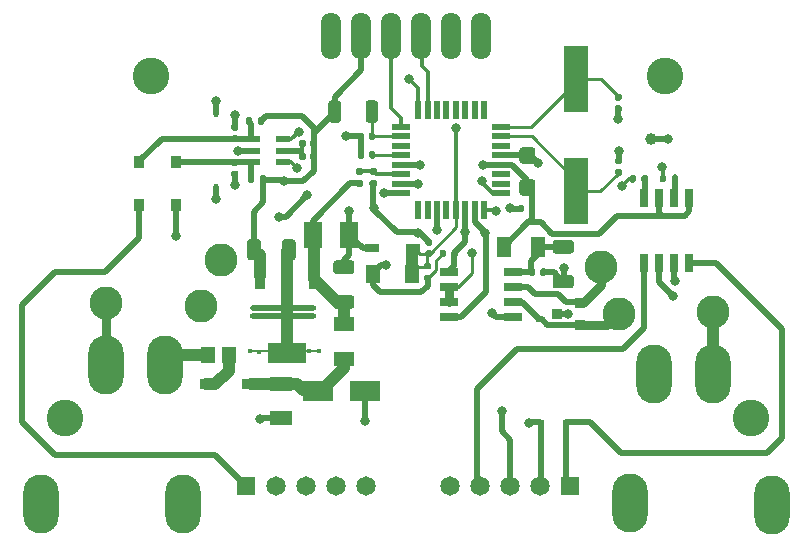
<source format=gbr>
%TF.GenerationSoftware,KiCad,Pcbnew,(5.1.10)-1*%
%TF.CreationDate,2021-11-03T13:15:42+05:30*%
%TF.ProjectId,Modbus_IO_Board,4d6f6462-7573-45f4-994f-5f426f617264,rev?*%
%TF.SameCoordinates,Original*%
%TF.FileFunction,Copper,L1,Top*%
%TF.FilePolarity,Positive*%
%FSLAX46Y46*%
G04 Gerber Fmt 4.6, Leading zero omitted, Abs format (unit mm)*
G04 Created by KiCad (PCBNEW (5.1.10)-1) date 2021-11-03 13:15:42*
%MOMM*%
%LPD*%
G01*
G04 APERTURE LIST*
%TA.AperFunction,SMDPad,CuDef*%
%ADD10R,0.600000X0.450000*%
%TD*%
%TA.AperFunction,ComponentPad*%
%ADD11O,3.000000X5.000000*%
%TD*%
%TA.AperFunction,ComponentPad*%
%ADD12C,2.800000*%
%TD*%
%TA.AperFunction,SMDPad,CuDef*%
%ADD13R,1.650000X2.250000*%
%TD*%
%TA.AperFunction,SMDPad,CuDef*%
%ADD14R,0.650000X1.595000*%
%TD*%
%TA.AperFunction,SMDPad,CuDef*%
%ADD15C,1.000000*%
%TD*%
%TA.AperFunction,SMDPad,CuDef*%
%ADD16R,2.500000X1.800000*%
%TD*%
%TA.AperFunction,SMDPad,CuDef*%
%ADD17R,1.800000X1.200000*%
%TD*%
%TA.AperFunction,SMDPad,CuDef*%
%ADD18R,1.200000X1.800000*%
%TD*%
%TA.AperFunction,SMDPad,CuDef*%
%ADD19R,1.525000X0.650000*%
%TD*%
%TA.AperFunction,SMDPad,CuDef*%
%ADD20R,1.150000X1.470000*%
%TD*%
%TA.AperFunction,SMDPad,CuDef*%
%ADD21R,1.050000X0.850000*%
%TD*%
%TA.AperFunction,ComponentPad*%
%ADD22C,0.800000*%
%TD*%
%TA.AperFunction,SMDPad,CuDef*%
%ADD23R,1.200000X0.600000*%
%TD*%
%TA.AperFunction,SMDPad,CuDef*%
%ADD24R,0.850000X1.050000*%
%TD*%
%TA.AperFunction,SMDPad,CuDef*%
%ADD25R,1.500000X0.600000*%
%TD*%
%TA.AperFunction,SMDPad,CuDef*%
%ADD26R,0.600000X1.500000*%
%TD*%
%TA.AperFunction,SMDPad,CuDef*%
%ADD27R,1.900000X1.300000*%
%TD*%
%TA.AperFunction,SMDPad,CuDef*%
%ADD28R,0.840000X0.840000*%
%TD*%
%TA.AperFunction,SMDPad,CuDef*%
%ADD29R,0.450000X0.600000*%
%TD*%
%TA.AperFunction,SMDPad,CuDef*%
%ADD30R,3.200000X1.750000*%
%TD*%
%TA.AperFunction,SMDPad,CuDef*%
%ADD31R,0.950000X1.750000*%
%TD*%
%TA.AperFunction,SMDPad,CuDef*%
%ADD32R,2.100000X5.600000*%
%TD*%
%TA.AperFunction,SMDPad,CuDef*%
%ADD33R,1.150000X1.650000*%
%TD*%
%TA.AperFunction,SMDPad,CuDef*%
%ADD34R,1.200000X0.750000*%
%TD*%
%TA.AperFunction,ComponentPad*%
%ADD35C,3.100000*%
%TD*%
%TA.AperFunction,ComponentPad*%
%ADD36R,1.650000X1.650000*%
%TD*%
%TA.AperFunction,ComponentPad*%
%ADD37C,1.650000*%
%TD*%
%TA.AperFunction,ComponentPad*%
%ADD38O,1.700000X4.000000*%
%TD*%
%TA.AperFunction,ViaPad*%
%ADD39C,0.400000*%
%TD*%
%TA.AperFunction,ViaPad*%
%ADD40C,0.800000*%
%TD*%
%TA.AperFunction,Conductor*%
%ADD41C,0.500000*%
%TD*%
%TA.AperFunction,Conductor*%
%ADD42C,1.000000*%
%TD*%
%TA.AperFunction,Conductor*%
%ADD43C,0.200000*%
%TD*%
%TA.AperFunction,Conductor*%
%ADD44C,0.800000*%
%TD*%
%TA.AperFunction,Conductor*%
%ADD45C,0.250000*%
%TD*%
%TA.AperFunction,Conductor*%
%ADD46C,0.300000*%
%TD*%
G04 APERTURE END LIST*
D10*
%TO.P,D11,2*%
%TO.N,Net-(D11-Pad2)*%
X207000000Y-115050000D03*
%TO.P,D11,1*%
%TO.N,Net-(D11-Pad1)*%
X209100000Y-115050000D03*
%TD*%
%TO.P,D10,2*%
%TO.N,Net-(D10-Pad2)*%
X201600000Y-115075000D03*
%TO.P,D10,1*%
%TO.N,Net-(D10-Pad1)*%
X203700000Y-115075000D03*
%TD*%
D11*
%TO.P,12V,1*%
%TO.N,+12V*%
X216590000Y-110980000D03*
%TD*%
%TO.P,12V,1*%
%TO.N,+12V*%
X175220000Y-110250000D03*
%TD*%
%TO.P,GND,1*%
%TO.N,GND*%
X170220000Y-110240000D03*
%TD*%
%TO.P,GND,1*%
%TO.N,GND*%
X221590000Y-110980000D03*
%TD*%
D12*
%TO.P,B,1*%
%TO.N,/Data_B*%
X179900000Y-101400000D03*
%TD*%
%TO.P,A,1*%
%TO.N,/Data_A*%
X178220000Y-105250000D03*
%TD*%
D11*
%TO.P,Z1,*%
%TO.N,*%
X226590000Y-122140000D03*
%TD*%
%TO.P,Z2,*%
%TO.N,*%
X214580000Y-121970000D03*
%TD*%
D13*
%TO.P,C8,2*%
%TO.N,GND*%
X190800000Y-99230000D03*
%TO.P,C8,1*%
%TO.N,Net-(C8-Pad1)*%
X187700000Y-99230000D03*
%TD*%
D14*
%TO.P,IC5,8*%
%TO.N,Net-(D11-Pad1)*%
X219585000Y-101652000D03*
%TO.P,IC5,7*%
%TO.N,Net-(D11-Pad2)*%
X218315000Y-101652000D03*
%TO.P,IC5,6*%
%TO.N,Net-(D10-Pad1)*%
X217045000Y-101652000D03*
%TO.P,IC5,5*%
%TO.N,Net-(D10-Pad2)*%
X215775000Y-101652000D03*
%TO.P,IC5,4*%
%TO.N,Net-(IC5-Pad4)*%
X215775000Y-96148000D03*
%TO.P,IC5,3*%
%TO.N,+3V3*%
X217045000Y-96148000D03*
%TO.P,IC5,2*%
%TO.N,Net-(IC5-Pad2)*%
X218315000Y-96148000D03*
%TO.P,IC5,1*%
%TO.N,+3V3*%
X219585000Y-96148000D03*
%TD*%
D15*
%TO.P,GND,1*%
%TO.N,GND*%
X216350000Y-91080000D03*
%TD*%
D16*
%TO.P,D4,1*%
%TO.N,Net-(D3-Pad1)*%
X188160000Y-112460000D03*
%TO.P,D4,2*%
%TO.N,GND*%
X192160000Y-112460000D03*
%TD*%
D17*
%TO.P,FB1,2*%
%TO.N,Net-(C8-Pad1)*%
X190350000Y-106810000D03*
%TO.P,FB1,1*%
%TO.N,Net-(D3-Pad1)*%
X190350000Y-109710000D03*
%TD*%
D12*
%TO.P,A,1*%
%TO.N,/Data_A*%
X213590000Y-105940000D03*
%TD*%
D18*
%TO.P,FB2,1*%
%TO.N,Net-(C11-Pad1)*%
X206800000Y-100230000D03*
%TO.P,FB2,2*%
%TO.N,+3V3*%
X203900000Y-100230000D03*
%TD*%
D19*
%TO.P,IC3,8*%
%TO.N,Net-(C11-Pad1)*%
X204682000Y-102385000D03*
%TO.P,IC3,7*%
%TO.N,/Data_B*%
X204682000Y-103655000D03*
%TO.P,IC3,6*%
%TO.N,/Data_A*%
X204682000Y-104925000D03*
%TO.P,IC3,5*%
%TO.N,GND*%
X204682000Y-106195000D03*
%TO.P,IC3,4*%
%TO.N,/TXD*%
X199258000Y-106195000D03*
%TO.P,IC3,3*%
%TO.N,/MAX_EN*%
X199258000Y-104925000D03*
%TO.P,IC3,2*%
X199258000Y-103655000D03*
%TO.P,IC3,1*%
%TO.N,/RXD*%
X199258000Y-102385000D03*
%TD*%
%TO.P,C9,2*%
%TO.N,GND*%
%TA.AperFunction,SMDPad,CuDef*%
G36*
G01*
X190980001Y-102550000D02*
X189679999Y-102550000D01*
G75*
G02*
X189430000Y-102300001I0J249999D01*
G01*
X189430000Y-101649999D01*
G75*
G02*
X189679999Y-101400000I249999J0D01*
G01*
X190980001Y-101400000D01*
G75*
G02*
X191230000Y-101649999I0J-249999D01*
G01*
X191230000Y-102300001D01*
G75*
G02*
X190980001Y-102550000I-249999J0D01*
G01*
G37*
%TD.AperFunction*%
%TO.P,C9,1*%
%TO.N,Net-(C8-Pad1)*%
%TA.AperFunction,SMDPad,CuDef*%
G36*
G01*
X190980001Y-105500000D02*
X189679999Y-105500000D01*
G75*
G02*
X189430000Y-105250001I0J249999D01*
G01*
X189430000Y-104599999D01*
G75*
G02*
X189679999Y-104350000I249999J0D01*
G01*
X190980001Y-104350000D01*
G75*
G02*
X191230000Y-104599999I0J-249999D01*
G01*
X191230000Y-105250001D01*
G75*
G02*
X190980001Y-105500000I-249999J0D01*
G01*
G37*
%TD.AperFunction*%
%TD*%
D20*
%TO.P,RT1,2*%
%TO.N,Net-(D3-Pad2)*%
X180590000Y-109440000D03*
%TO.P,RT1,1*%
%TO.N,+12V*%
X178830000Y-109440000D03*
%TD*%
D12*
%TO.P,B,1*%
%TO.N,/Data_B*%
X212090000Y-101940000D03*
%TD*%
D21*
%TO.P,D3,2*%
%TO.N,Net-(D3-Pad2)*%
X178650000Y-111850000D03*
%TO.P,D3,1*%
%TO.N,Net-(D3-Pad1)*%
X182250000Y-111850000D03*
%TD*%
D22*
%TO.P,TP1,1*%
%TO.N,/RXD*%
X200610000Y-99020000D03*
%TD*%
%TO.P,C12,1*%
%TO.N,Net-(C11-Pad1)*%
%TA.AperFunction,SMDPad,CuDef*%
G36*
G01*
X208259999Y-99670000D02*
X209560001Y-99670000D01*
G75*
G02*
X209810000Y-99919999I0J-249999D01*
G01*
X209810000Y-100570001D01*
G75*
G02*
X209560001Y-100820000I-249999J0D01*
G01*
X208259999Y-100820000D01*
G75*
G02*
X208010000Y-100570001I0J249999D01*
G01*
X208010000Y-99919999D01*
G75*
G02*
X208259999Y-99670000I249999J0D01*
G01*
G37*
%TD.AperFunction*%
%TO.P,C12,2*%
%TO.N,GND*%
%TA.AperFunction,SMDPad,CuDef*%
G36*
G01*
X208259999Y-102620000D02*
X209560001Y-102620000D01*
G75*
G02*
X209810000Y-102869999I0J-249999D01*
G01*
X209810000Y-103520001D01*
G75*
G02*
X209560001Y-103770000I-249999J0D01*
G01*
X208259999Y-103770000D01*
G75*
G02*
X208010000Y-103520001I0J249999D01*
G01*
X208010000Y-102869999D01*
G75*
G02*
X208259999Y-102620000I249999J0D01*
G01*
G37*
%TD.AperFunction*%
%TD*%
D23*
%TO.P,IC4,6*%
%TO.N,/1Y*%
X185150000Y-91150000D03*
%TO.P,IC4,5*%
%TO.N,Net-(C15-Pad2)*%
X185150000Y-92100000D03*
%TO.P,IC4,4*%
%TO.N,/2Y*%
X185150000Y-93050000D03*
%TO.P,IC4,3*%
%TO.N,Net-(C14-Pad1)*%
X182650000Y-93050000D03*
%TO.P,IC4,2*%
%TO.N,GND*%
X182650000Y-92100000D03*
%TO.P,IC4,1*%
%TO.N,Net-(C13-Pad1)*%
X182650000Y-91150000D03*
%TD*%
D24*
%TO.P,D8,2*%
%TO.N,Net-(C14-Pad1)*%
X176100000Y-93100000D03*
%TO.P,D8,1*%
%TO.N,/I2-1*%
X176100000Y-96700000D03*
%TD*%
D25*
%TO.P,IC1,1*%
%TO.N,/OUT2*%
X203670000Y-95690000D03*
%TO.P,IC1,2*%
%TO.N,Net-(IC1-Pad2)*%
X203670000Y-94890000D03*
%TO.P,IC1,3*%
%TO.N,Net-(IC1-Pad3)*%
X203670000Y-94090000D03*
%TO.P,IC1,4*%
%TO.N,+3V3*%
X203670000Y-93290000D03*
%TO.P,IC1,5*%
%TO.N,GND*%
X203670000Y-92490000D03*
%TO.P,IC1,6*%
%TO.N,Net-(IC1-Pad6)*%
X203670000Y-91690000D03*
%TO.P,IC1,7*%
%TO.N,Net-(C6-Pad1)*%
X203670000Y-90890000D03*
%TO.P,IC1,8*%
%TO.N,Net-(C7-Pad1)*%
X203670000Y-90090000D03*
D26*
%TO.P,IC1,9*%
%TO.N,Net-(IC1-Pad9)*%
X202220000Y-88640000D03*
%TO.P,IC1,10*%
%TO.N,Net-(IC1-Pad10)*%
X201420000Y-88640000D03*
%TO.P,IC1,11*%
%TO.N,Net-(IC1-Pad11)*%
X200620000Y-88640000D03*
%TO.P,IC1,12*%
%TO.N,Net-(IC1-Pad12)*%
X199820000Y-88640000D03*
%TO.P,IC1,13*%
%TO.N,Net-(IC1-Pad13)*%
X199020000Y-88640000D03*
%TO.P,IC1,14*%
%TO.N,Net-(IC1-Pad14)*%
X198220000Y-88640000D03*
%TO.P,IC1,15*%
%TO.N,/MOSI*%
X197420000Y-88640000D03*
%TO.P,IC1,16*%
%TO.N,/MISO*%
X196620000Y-88640000D03*
D25*
%TO.P,IC1,17*%
%TO.N,/SCK*%
X195170000Y-90090000D03*
%TO.P,IC1,18*%
%TO.N,Net-(C5-Pad1)*%
X195170000Y-90890000D03*
%TO.P,IC1,19*%
%TO.N,Net-(IC1-Pad19)*%
X195170000Y-91690000D03*
%TO.P,IC1,20*%
%TO.N,Net-(C4-Pad2)*%
X195170000Y-92490000D03*
%TO.P,IC1,21*%
%TO.N,GND*%
X195170000Y-93290000D03*
%TO.P,IC1,22*%
%TO.N,/Vin*%
X195170000Y-94090000D03*
%TO.P,IC1,23*%
%TO.N,/1Y*%
X195170000Y-94890000D03*
%TO.P,IC1,24*%
%TO.N,/2Y*%
X195170000Y-95690000D03*
D26*
%TO.P,IC1,25*%
%TO.N,Net-(IC1-Pad25)*%
X196620000Y-97140000D03*
%TO.P,IC1,26*%
%TO.N,Net-(IC1-Pad26)*%
X197420000Y-97140000D03*
%TO.P,IC1,27*%
%TO.N,/MAX_EN*%
X198220000Y-97140000D03*
%TO.P,IC1,28*%
%TO.N,Net-(IC1-Pad28)*%
X199020000Y-97140000D03*
%TO.P,IC1,29*%
%TO.N,/RSB*%
X199820000Y-97140000D03*
%TO.P,IC1,30*%
%TO.N,/RXD*%
X200620000Y-97140000D03*
%TO.P,IC1,31*%
%TO.N,/TXD*%
X201420000Y-97140000D03*
%TO.P,IC1,32*%
%TO.N,/OUT1*%
X202220000Y-97140000D03*
%TD*%
%TO.P,R6,2*%
%TO.N,Net-(C13-Pad1)*%
%TA.AperFunction,SMDPad,CuDef*%
G36*
G01*
X182560000Y-89415000D02*
X182560000Y-89785000D01*
G75*
G02*
X182425000Y-89920000I-135000J0D01*
G01*
X182155000Y-89920000D01*
G75*
G02*
X182020000Y-89785000I0J135000D01*
G01*
X182020000Y-89415000D01*
G75*
G02*
X182155000Y-89280000I135000J0D01*
G01*
X182425000Y-89280000D01*
G75*
G02*
X182560000Y-89415000I0J-135000D01*
G01*
G37*
%TD.AperFunction*%
%TO.P,R6,1*%
%TO.N,+3V3*%
%TA.AperFunction,SMDPad,CuDef*%
G36*
G01*
X183580000Y-89415000D02*
X183580000Y-89785000D01*
G75*
G02*
X183445000Y-89920000I-135000J0D01*
G01*
X183175000Y-89920000D01*
G75*
G02*
X183040000Y-89785000I0J135000D01*
G01*
X183040000Y-89415000D01*
G75*
G02*
X183175000Y-89280000I135000J0D01*
G01*
X183445000Y-89280000D01*
G75*
G02*
X183580000Y-89415000I0J-135000D01*
G01*
G37*
%TD.AperFunction*%
%TD*%
%TO.P,R5,2*%
%TO.N,Net-(IC5-Pad2)*%
%TA.AperFunction,SMDPad,CuDef*%
G36*
G01*
X218090000Y-94665000D02*
X218090000Y-94295000D01*
G75*
G02*
X218225000Y-94160000I135000J0D01*
G01*
X218495000Y-94160000D01*
G75*
G02*
X218630000Y-94295000I0J-135000D01*
G01*
X218630000Y-94665000D01*
G75*
G02*
X218495000Y-94800000I-135000J0D01*
G01*
X218225000Y-94800000D01*
G75*
G02*
X218090000Y-94665000I0J135000D01*
G01*
G37*
%TD.AperFunction*%
%TO.P,R5,1*%
%TO.N,/OUT1*%
%TA.AperFunction,SMDPad,CuDef*%
G36*
G01*
X217070000Y-94665000D02*
X217070000Y-94295000D01*
G75*
G02*
X217205000Y-94160000I135000J0D01*
G01*
X217475000Y-94160000D01*
G75*
G02*
X217610000Y-94295000I0J-135000D01*
G01*
X217610000Y-94665000D01*
G75*
G02*
X217475000Y-94800000I-135000J0D01*
G01*
X217205000Y-94800000D01*
G75*
G02*
X217070000Y-94665000I0J135000D01*
G01*
G37*
%TD.AperFunction*%
%TD*%
%TO.P,C4,2*%
%TO.N,Net-(C4-Pad2)*%
%TA.AperFunction,SMDPad,CuDef*%
G36*
G01*
X192450000Y-92630000D02*
X192450000Y-92290000D01*
G75*
G02*
X192590000Y-92150000I140000J0D01*
G01*
X192870000Y-92150000D01*
G75*
G02*
X193010000Y-92290000I0J-140000D01*
G01*
X193010000Y-92630000D01*
G75*
G02*
X192870000Y-92770000I-140000J0D01*
G01*
X192590000Y-92770000D01*
G75*
G02*
X192450000Y-92630000I0J140000D01*
G01*
G37*
%TD.AperFunction*%
%TO.P,C4,1*%
%TO.N,GND*%
%TA.AperFunction,SMDPad,CuDef*%
G36*
G01*
X191490000Y-92630000D02*
X191490000Y-92290000D01*
G75*
G02*
X191630000Y-92150000I140000J0D01*
G01*
X191910000Y-92150000D01*
G75*
G02*
X192050000Y-92290000I0J-140000D01*
G01*
X192050000Y-92630000D01*
G75*
G02*
X191910000Y-92770000I-140000J0D01*
G01*
X191630000Y-92770000D01*
G75*
G02*
X191490000Y-92630000I0J140000D01*
G01*
G37*
%TD.AperFunction*%
%TD*%
%TO.P,R4,2*%
%TO.N,Net-(IC5-Pad4)*%
%TA.AperFunction,SMDPad,CuDef*%
G36*
G01*
X215530000Y-94675000D02*
X215530000Y-94305000D01*
G75*
G02*
X215665000Y-94170000I135000J0D01*
G01*
X215935000Y-94170000D01*
G75*
G02*
X216070000Y-94305000I0J-135000D01*
G01*
X216070000Y-94675000D01*
G75*
G02*
X215935000Y-94810000I-135000J0D01*
G01*
X215665000Y-94810000D01*
G75*
G02*
X215530000Y-94675000I0J135000D01*
G01*
G37*
%TD.AperFunction*%
%TO.P,R4,1*%
%TO.N,/OUT2*%
%TA.AperFunction,SMDPad,CuDef*%
G36*
G01*
X214510000Y-94675000D02*
X214510000Y-94305000D01*
G75*
G02*
X214645000Y-94170000I135000J0D01*
G01*
X214915000Y-94170000D01*
G75*
G02*
X215050000Y-94305000I0J-135000D01*
G01*
X215050000Y-94675000D01*
G75*
G02*
X214915000Y-94810000I-135000J0D01*
G01*
X214645000Y-94810000D01*
G75*
G02*
X214510000Y-94675000I0J135000D01*
G01*
G37*
%TD.AperFunction*%
%TD*%
%TO.P,C10,2*%
%TO.N,GND*%
%TA.AperFunction,SMDPad,CuDef*%
G36*
G01*
X185100000Y-101150001D02*
X185100000Y-99849999D01*
G75*
G02*
X185349999Y-99600000I249999J0D01*
G01*
X186000001Y-99600000D01*
G75*
G02*
X186250000Y-99849999I0J-249999D01*
G01*
X186250000Y-101150001D01*
G75*
G02*
X186000001Y-101400000I-249999J0D01*
G01*
X185349999Y-101400000D01*
G75*
G02*
X185100000Y-101150001I0J249999D01*
G01*
G37*
%TD.AperFunction*%
%TO.P,C10,1*%
%TO.N,+3V3*%
%TA.AperFunction,SMDPad,CuDef*%
G36*
G01*
X182150000Y-101150001D02*
X182150000Y-99849999D01*
G75*
G02*
X182399999Y-99600000I249999J0D01*
G01*
X183050001Y-99600000D01*
G75*
G02*
X183300000Y-99849999I0J-249999D01*
G01*
X183300000Y-101150001D01*
G75*
G02*
X183050001Y-101400000I-249999J0D01*
G01*
X182399999Y-101400000D01*
G75*
G02*
X182150000Y-101150001I0J249999D01*
G01*
G37*
%TD.AperFunction*%
%TD*%
%TO.P,R2,1*%
%TO.N,+3V3*%
%TA.AperFunction,SMDPad,CuDef*%
G36*
G01*
X198440000Y-100995000D02*
X198440000Y-100625000D01*
G75*
G02*
X198575000Y-100490000I135000J0D01*
G01*
X198845000Y-100490000D01*
G75*
G02*
X198980000Y-100625000I0J-135000D01*
G01*
X198980000Y-100995000D01*
G75*
G02*
X198845000Y-101130000I-135000J0D01*
G01*
X198575000Y-101130000D01*
G75*
G02*
X198440000Y-100995000I0J135000D01*
G01*
G37*
%TD.AperFunction*%
%TO.P,R2,2*%
%TO.N,/RXD*%
%TA.AperFunction,SMDPad,CuDef*%
G36*
G01*
X199460000Y-100995000D02*
X199460000Y-100625000D01*
G75*
G02*
X199595000Y-100490000I135000J0D01*
G01*
X199865000Y-100490000D01*
G75*
G02*
X200000000Y-100625000I0J-135000D01*
G01*
X200000000Y-100995000D01*
G75*
G02*
X199865000Y-101130000I-135000J0D01*
G01*
X199595000Y-101130000D01*
G75*
G02*
X199460000Y-100995000I0J135000D01*
G01*
G37*
%TD.AperFunction*%
%TD*%
%TO.P,C2,2*%
%TO.N,GND*%
%TA.AperFunction,SMDPad,CuDef*%
G36*
G01*
X205590000Y-96860000D02*
X205590000Y-97200000D01*
G75*
G02*
X205450000Y-97340000I-140000J0D01*
G01*
X205170000Y-97340000D01*
G75*
G02*
X205030000Y-97200000I0J140000D01*
G01*
X205030000Y-96860000D01*
G75*
G02*
X205170000Y-96720000I140000J0D01*
G01*
X205450000Y-96720000D01*
G75*
G02*
X205590000Y-96860000I0J-140000D01*
G01*
G37*
%TD.AperFunction*%
%TO.P,C2,1*%
%TO.N,+3V3*%
%TA.AperFunction,SMDPad,CuDef*%
G36*
G01*
X206550000Y-96860000D02*
X206550000Y-97200000D01*
G75*
G02*
X206410000Y-97340000I-140000J0D01*
G01*
X206130000Y-97340000D01*
G75*
G02*
X205990000Y-97200000I0J140000D01*
G01*
X205990000Y-96860000D01*
G75*
G02*
X206130000Y-96720000I140000J0D01*
G01*
X206410000Y-96720000D01*
G75*
G02*
X206550000Y-96860000I0J-140000D01*
G01*
G37*
%TD.AperFunction*%
%TD*%
D27*
%TO.P,RV1,2*%
%TO.N,GND*%
X185040000Y-114750000D03*
%TO.P,RV1,1*%
%TO.N,Net-(D3-Pad1)*%
X185040000Y-111850000D03*
%TD*%
%TO.P,L1,2*%
%TO.N,Net-(C5-Pad1)*%
%TA.AperFunction,SMDPad,CuDef*%
G36*
G01*
X192180000Y-89500001D02*
X192180000Y-88099999D01*
G75*
G02*
X192429999Y-87850000I249999J0D01*
G01*
X192980001Y-87850000D01*
G75*
G02*
X193230000Y-88099999I0J-249999D01*
G01*
X193230000Y-89500001D01*
G75*
G02*
X192980001Y-89750000I-249999J0D01*
G01*
X192429999Y-89750000D01*
G75*
G02*
X192180000Y-89500001I0J249999D01*
G01*
G37*
%TD.AperFunction*%
%TO.P,L1,1*%
%TO.N,+3V3*%
%TA.AperFunction,SMDPad,CuDef*%
G36*
G01*
X189030000Y-89500001D02*
X189030000Y-88099999D01*
G75*
G02*
X189279999Y-87850000I249999J0D01*
G01*
X189830001Y-87850000D01*
G75*
G02*
X190080000Y-88099999I0J-249999D01*
G01*
X190080000Y-89500001D01*
G75*
G02*
X189830001Y-89750000I-249999J0D01*
G01*
X189279999Y-89750000D01*
G75*
G02*
X189030000Y-89500001I0J249999D01*
G01*
G37*
%TD.AperFunction*%
%TD*%
%TO.P,R3,2*%
%TO.N,/Vin*%
%TA.AperFunction,SMDPad,CuDef*%
G36*
G01*
X191835000Y-94130000D02*
X191465000Y-94130000D01*
G75*
G02*
X191330000Y-93995000I0J135000D01*
G01*
X191330000Y-93725000D01*
G75*
G02*
X191465000Y-93590000I135000J0D01*
G01*
X191835000Y-93590000D01*
G75*
G02*
X191970000Y-93725000I0J-135000D01*
G01*
X191970000Y-93995000D01*
G75*
G02*
X191835000Y-94130000I-135000J0D01*
G01*
G37*
%TD.AperFunction*%
%TO.P,R3,1*%
%TO.N,Net-(C8-Pad1)*%
%TA.AperFunction,SMDPad,CuDef*%
G36*
G01*
X191835000Y-95150000D02*
X191465000Y-95150000D01*
G75*
G02*
X191330000Y-95015000I0J135000D01*
G01*
X191330000Y-94745000D01*
G75*
G02*
X191465000Y-94610000I135000J0D01*
G01*
X191835000Y-94610000D01*
G75*
G02*
X191970000Y-94745000I0J-135000D01*
G01*
X191970000Y-95015000D01*
G75*
G02*
X191835000Y-95150000I-135000J0D01*
G01*
G37*
%TD.AperFunction*%
%TD*%
D28*
%TO.P,U1,3*%
%TO.N,GND*%
X208350000Y-105940000D03*
%TO.P,U1,2*%
%TO.N,/Data_B*%
X210355000Y-105000000D03*
%TO.P,U1,1*%
%TO.N,/Data_A*%
X210355000Y-106880000D03*
%TD*%
%TO.P,R7,2*%
%TO.N,GND*%
%TA.AperFunction,SMDPad,CuDef*%
G36*
G01*
X192635000Y-94610000D02*
X193005000Y-94610000D01*
G75*
G02*
X193140000Y-94745000I0J-135000D01*
G01*
X193140000Y-95015000D01*
G75*
G02*
X193005000Y-95150000I-135000J0D01*
G01*
X192635000Y-95150000D01*
G75*
G02*
X192500000Y-95015000I0J135000D01*
G01*
X192500000Y-94745000D01*
G75*
G02*
X192635000Y-94610000I135000J0D01*
G01*
G37*
%TD.AperFunction*%
%TO.P,R7,1*%
%TO.N,/Vin*%
%TA.AperFunction,SMDPad,CuDef*%
G36*
G01*
X192635000Y-93590000D02*
X193005000Y-93590000D01*
G75*
G02*
X193140000Y-93725000I0J-135000D01*
G01*
X193140000Y-93995000D01*
G75*
G02*
X193005000Y-94130000I-135000J0D01*
G01*
X192635000Y-94130000D01*
G75*
G02*
X192500000Y-93995000I0J135000D01*
G01*
X192500000Y-93725000D01*
G75*
G02*
X192635000Y-93590000I135000J0D01*
G01*
G37*
%TD.AperFunction*%
%TD*%
D29*
%TO.P,D5,2*%
%TO.N,/Data_A*%
X206740000Y-106380000D03*
%TO.P,D5,1*%
%TO.N,/Data_B*%
X206740000Y-104280000D03*
%TD*%
%TO.P,R1,2*%
%TO.N,/RSB*%
%TA.AperFunction,SMDPad,CuDef*%
G36*
G01*
X197605000Y-102150000D02*
X197235000Y-102150000D01*
G75*
G02*
X197100000Y-102015000I0J135000D01*
G01*
X197100000Y-101745000D01*
G75*
G02*
X197235000Y-101610000I135000J0D01*
G01*
X197605000Y-101610000D01*
G75*
G02*
X197740000Y-101745000I0J-135000D01*
G01*
X197740000Y-102015000D01*
G75*
G02*
X197605000Y-102150000I-135000J0D01*
G01*
G37*
%TD.AperFunction*%
%TO.P,R1,1*%
%TO.N,+3V3*%
%TA.AperFunction,SMDPad,CuDef*%
G36*
G01*
X197605000Y-103170000D02*
X197235000Y-103170000D01*
G75*
G02*
X197100000Y-103035000I0J135000D01*
G01*
X197100000Y-102765000D01*
G75*
G02*
X197235000Y-102630000I135000J0D01*
G01*
X197605000Y-102630000D01*
G75*
G02*
X197740000Y-102765000I0J-135000D01*
G01*
X197740000Y-103035000D01*
G75*
G02*
X197605000Y-103170000I-135000J0D01*
G01*
G37*
%TD.AperFunction*%
%TD*%
D30*
%TO.P,IC2,4*%
%TO.N,GND*%
X185500000Y-109250000D03*
D31*
%TO.P,IC2,3*%
%TO.N,+3V3*%
X183200000Y-102950000D03*
%TO.P,IC2,2*%
%TO.N,GND*%
X185500000Y-102950000D03*
%TO.P,IC2,1*%
%TO.N,Net-(C8-Pad1)*%
X187800000Y-102950000D03*
%TD*%
%TO.P,R8,2*%
%TO.N,Net-(C14-Pad1)*%
%TA.AperFunction,SMDPad,CuDef*%
G36*
G01*
X182760000Y-94315000D02*
X182760000Y-94685000D01*
G75*
G02*
X182625000Y-94820000I-135000J0D01*
G01*
X182355000Y-94820000D01*
G75*
G02*
X182220000Y-94685000I0J135000D01*
G01*
X182220000Y-94315000D01*
G75*
G02*
X182355000Y-94180000I135000J0D01*
G01*
X182625000Y-94180000D01*
G75*
G02*
X182760000Y-94315000I0J-135000D01*
G01*
G37*
%TD.AperFunction*%
%TO.P,R8,1*%
%TO.N,+3V3*%
%TA.AperFunction,SMDPad,CuDef*%
G36*
G01*
X183780000Y-94315000D02*
X183780000Y-94685000D01*
G75*
G02*
X183645000Y-94820000I-135000J0D01*
G01*
X183375000Y-94820000D01*
G75*
G02*
X183240000Y-94685000I0J135000D01*
G01*
X183240000Y-94315000D01*
G75*
G02*
X183375000Y-94180000I135000J0D01*
G01*
X183645000Y-94180000D01*
G75*
G02*
X183780000Y-94315000I0J-135000D01*
G01*
G37*
%TD.AperFunction*%
%TD*%
D29*
%TO.P,D7,2*%
%TO.N,GND*%
X179525000Y-89025000D03*
%TO.P,D7,1*%
%TO.N,Net-(C13-Pad1)*%
X179525000Y-91125000D03*
%TD*%
%TO.P,C5,2*%
%TO.N,GND*%
%TA.AperFunction,SMDPad,CuDef*%
G36*
G01*
X192020000Y-90710000D02*
X192020000Y-91050000D01*
G75*
G02*
X191880000Y-91190000I-140000J0D01*
G01*
X191600000Y-91190000D01*
G75*
G02*
X191460000Y-91050000I0J140000D01*
G01*
X191460000Y-90710000D01*
G75*
G02*
X191600000Y-90570000I140000J0D01*
G01*
X191880000Y-90570000D01*
G75*
G02*
X192020000Y-90710000I0J-140000D01*
G01*
G37*
%TD.AperFunction*%
%TO.P,C5,1*%
%TO.N,Net-(C5-Pad1)*%
%TA.AperFunction,SMDPad,CuDef*%
G36*
G01*
X192980000Y-90710000D02*
X192980000Y-91050000D01*
G75*
G02*
X192840000Y-91190000I-140000J0D01*
G01*
X192560000Y-91190000D01*
G75*
G02*
X192420000Y-91050000I0J140000D01*
G01*
X192420000Y-90710000D01*
G75*
G02*
X192560000Y-90570000I140000J0D01*
G01*
X192840000Y-90570000D01*
G75*
G02*
X192980000Y-90710000I0J-140000D01*
G01*
G37*
%TD.AperFunction*%
%TD*%
D32*
%TO.P,Y1,2*%
%TO.N,Net-(C7-Pad1)*%
X209980000Y-86040000D03*
%TO.P,Y1,1*%
%TO.N,Net-(C6-Pad1)*%
X209980000Y-95540000D03*
%TD*%
D22*
%TO.P,TP2,1*%
%TO.N,/TXD*%
X202249200Y-99040000D03*
%TD*%
%TO.P,C3,2*%
%TO.N,GND*%
%TA.AperFunction,SMDPad,CuDef*%
G36*
G01*
X206295001Y-93220000D02*
X205444999Y-93220000D01*
G75*
G02*
X205195000Y-92970001I0J249999D01*
G01*
X205195000Y-92069999D01*
G75*
G02*
X205444999Y-91820000I249999J0D01*
G01*
X206295001Y-91820000D01*
G75*
G02*
X206545000Y-92069999I0J-249999D01*
G01*
X206545000Y-92970001D01*
G75*
G02*
X206295001Y-93220000I-249999J0D01*
G01*
G37*
%TD.AperFunction*%
%TO.P,C3,1*%
%TO.N,+3V3*%
%TA.AperFunction,SMDPad,CuDef*%
G36*
G01*
X206295001Y-95920000D02*
X205444999Y-95920000D01*
G75*
G02*
X205195000Y-95670001I0J249999D01*
G01*
X205195000Y-94769999D01*
G75*
G02*
X205444999Y-94520000I249999J0D01*
G01*
X206295001Y-94520000D01*
G75*
G02*
X206545000Y-94769999I0J-249999D01*
G01*
X206545000Y-95670001D01*
G75*
G02*
X206295001Y-95920000I-249999J0D01*
G01*
G37*
%TD.AperFunction*%
%TD*%
%TO.P,C13,2*%
%TO.N,GND*%
%TA.AperFunction,SMDPad,CuDef*%
G36*
G01*
X181270000Y-90400000D02*
X180930000Y-90400000D01*
G75*
G02*
X180790000Y-90260000I0J140000D01*
G01*
X180790000Y-89980000D01*
G75*
G02*
X180930000Y-89840000I140000J0D01*
G01*
X181270000Y-89840000D01*
G75*
G02*
X181410000Y-89980000I0J-140000D01*
G01*
X181410000Y-90260000D01*
G75*
G02*
X181270000Y-90400000I-140000J0D01*
G01*
G37*
%TD.AperFunction*%
%TO.P,C13,1*%
%TO.N,Net-(C13-Pad1)*%
%TA.AperFunction,SMDPad,CuDef*%
G36*
G01*
X181270000Y-91360000D02*
X180930000Y-91360000D01*
G75*
G02*
X180790000Y-91220000I0J140000D01*
G01*
X180790000Y-90940000D01*
G75*
G02*
X180930000Y-90800000I140000J0D01*
G01*
X181270000Y-90800000D01*
G75*
G02*
X181410000Y-90940000I0J-140000D01*
G01*
X181410000Y-91220000D01*
G75*
G02*
X181270000Y-91360000I-140000J0D01*
G01*
G37*
%TD.AperFunction*%
%TD*%
%TO.P,C16,2*%
%TO.N,Net-(C15-Pad2)*%
%TA.AperFunction,SMDPad,CuDef*%
G36*
G01*
X187100000Y-92430000D02*
X187100000Y-92770000D01*
G75*
G02*
X186960000Y-92910000I-140000J0D01*
G01*
X186680000Y-92910000D01*
G75*
G02*
X186540000Y-92770000I0J140000D01*
G01*
X186540000Y-92430000D01*
G75*
G02*
X186680000Y-92290000I140000J0D01*
G01*
X186960000Y-92290000D01*
G75*
G02*
X187100000Y-92430000I0J-140000D01*
G01*
G37*
%TD.AperFunction*%
%TO.P,C16,1*%
%TO.N,+3V3*%
%TA.AperFunction,SMDPad,CuDef*%
G36*
G01*
X188060000Y-92430000D02*
X188060000Y-92770000D01*
G75*
G02*
X187920000Y-92910000I-140000J0D01*
G01*
X187640000Y-92910000D01*
G75*
G02*
X187500000Y-92770000I0J140000D01*
G01*
X187500000Y-92430000D01*
G75*
G02*
X187640000Y-92290000I140000J0D01*
G01*
X187920000Y-92290000D01*
G75*
G02*
X188060000Y-92430000I0J-140000D01*
G01*
G37*
%TD.AperFunction*%
%TD*%
D33*
%TO.P,D1,2*%
%TO.N,/RSB*%
X196070000Y-102540000D03*
%TO.P,D1,1*%
%TO.N,+3V3*%
X192770000Y-102540000D03*
%TD*%
D34*
%TO.P,D2,2*%
%TO.N,GND*%
X192750000Y-100350000D03*
%TO.P,D2,1*%
%TO.N,/RSB*%
X196150000Y-100350000D03*
%TD*%
%TO.P,C1,2*%
%TO.N,GND*%
%TA.AperFunction,SMDPad,CuDef*%
G36*
G01*
X197690000Y-100140000D02*
X197350000Y-100140000D01*
G75*
G02*
X197210000Y-100000000I0J140000D01*
G01*
X197210000Y-99720000D01*
G75*
G02*
X197350000Y-99580000I140000J0D01*
G01*
X197690000Y-99580000D01*
G75*
G02*
X197830000Y-99720000I0J-140000D01*
G01*
X197830000Y-100000000D01*
G75*
G02*
X197690000Y-100140000I-140000J0D01*
G01*
G37*
%TD.AperFunction*%
%TO.P,C1,1*%
%TO.N,/RSB*%
%TA.AperFunction,SMDPad,CuDef*%
G36*
G01*
X197690000Y-101100000D02*
X197350000Y-101100000D01*
G75*
G02*
X197210000Y-100960000I0J140000D01*
G01*
X197210000Y-100680000D01*
G75*
G02*
X197350000Y-100540000I140000J0D01*
G01*
X197690000Y-100540000D01*
G75*
G02*
X197830000Y-100680000I0J-140000D01*
G01*
X197830000Y-100960000D01*
G75*
G02*
X197690000Y-101100000I-140000J0D01*
G01*
G37*
%TD.AperFunction*%
%TD*%
D22*
%TO.P,TP3,1*%
%TO.N,/MAX_EN*%
X198200000Y-98820000D03*
%TD*%
%TO.P,C11,1*%
%TO.N,Net-(C11-Pad1)*%
%TA.AperFunction,SMDPad,CuDef*%
G36*
G01*
X205970000Y-102560000D02*
X205970000Y-102220000D01*
G75*
G02*
X206110000Y-102080000I140000J0D01*
G01*
X206390000Y-102080000D01*
G75*
G02*
X206530000Y-102220000I0J-140000D01*
G01*
X206530000Y-102560000D01*
G75*
G02*
X206390000Y-102700000I-140000J0D01*
G01*
X206110000Y-102700000D01*
G75*
G02*
X205970000Y-102560000I0J140000D01*
G01*
G37*
%TD.AperFunction*%
%TO.P,C11,2*%
%TO.N,GND*%
%TA.AperFunction,SMDPad,CuDef*%
G36*
G01*
X206930000Y-102560000D02*
X206930000Y-102220000D01*
G75*
G02*
X207070000Y-102080000I140000J0D01*
G01*
X207350000Y-102080000D01*
G75*
G02*
X207490000Y-102220000I0J-140000D01*
G01*
X207490000Y-102560000D01*
G75*
G02*
X207350000Y-102700000I-140000J0D01*
G01*
X207070000Y-102700000D01*
G75*
G02*
X206930000Y-102560000I0J140000D01*
G01*
G37*
%TD.AperFunction*%
%TD*%
%TO.P,C15,2*%
%TO.N,Net-(C15-Pad2)*%
%TA.AperFunction,SMDPad,CuDef*%
G36*
G01*
X187100000Y-91330000D02*
X187100000Y-91670000D01*
G75*
G02*
X186960000Y-91810000I-140000J0D01*
G01*
X186680000Y-91810000D01*
G75*
G02*
X186540000Y-91670000I0J140000D01*
G01*
X186540000Y-91330000D01*
G75*
G02*
X186680000Y-91190000I140000J0D01*
G01*
X186960000Y-91190000D01*
G75*
G02*
X187100000Y-91330000I0J-140000D01*
G01*
G37*
%TD.AperFunction*%
%TO.P,C15,1*%
%TO.N,+3V3*%
%TA.AperFunction,SMDPad,CuDef*%
G36*
G01*
X188060000Y-91330000D02*
X188060000Y-91670000D01*
G75*
G02*
X187920000Y-91810000I-140000J0D01*
G01*
X187640000Y-91810000D01*
G75*
G02*
X187500000Y-91670000I0J140000D01*
G01*
X187500000Y-91330000D01*
G75*
G02*
X187640000Y-91190000I140000J0D01*
G01*
X187920000Y-91190000D01*
G75*
G02*
X188060000Y-91330000I0J-140000D01*
G01*
G37*
%TD.AperFunction*%
%TD*%
D24*
%TO.P,D6,2*%
%TO.N,Net-(C13-Pad1)*%
X173000000Y-93100000D03*
%TO.P,D6,1*%
%TO.N,/I1-1*%
X173000000Y-96700000D03*
%TD*%
D29*
%TO.P,D9,2*%
%TO.N,GND*%
X179500000Y-95150000D03*
%TO.P,D9,1*%
%TO.N,Net-(C14-Pad1)*%
X179500000Y-93050000D03*
%TD*%
%TO.P,C7,2*%
%TO.N,GND*%
%TA.AperFunction,SMDPad,CuDef*%
G36*
G01*
X213400000Y-88270000D02*
X213740000Y-88270000D01*
G75*
G02*
X213880000Y-88410000I0J-140000D01*
G01*
X213880000Y-88690000D01*
G75*
G02*
X213740000Y-88830000I-140000J0D01*
G01*
X213400000Y-88830000D01*
G75*
G02*
X213260000Y-88690000I0J140000D01*
G01*
X213260000Y-88410000D01*
G75*
G02*
X213400000Y-88270000I140000J0D01*
G01*
G37*
%TD.AperFunction*%
%TO.P,C7,1*%
%TO.N,Net-(C7-Pad1)*%
%TA.AperFunction,SMDPad,CuDef*%
G36*
G01*
X213400000Y-87310000D02*
X213740000Y-87310000D01*
G75*
G02*
X213880000Y-87450000I0J-140000D01*
G01*
X213880000Y-87730000D01*
G75*
G02*
X213740000Y-87870000I-140000J0D01*
G01*
X213400000Y-87870000D01*
G75*
G02*
X213260000Y-87730000I0J140000D01*
G01*
X213260000Y-87450000D01*
G75*
G02*
X213400000Y-87310000I140000J0D01*
G01*
G37*
%TD.AperFunction*%
%TD*%
%TO.P,C14,2*%
%TO.N,GND*%
%TA.AperFunction,SMDPad,CuDef*%
G36*
G01*
X180930000Y-93800000D02*
X181270000Y-93800000D01*
G75*
G02*
X181410000Y-93940000I0J-140000D01*
G01*
X181410000Y-94220000D01*
G75*
G02*
X181270000Y-94360000I-140000J0D01*
G01*
X180930000Y-94360000D01*
G75*
G02*
X180790000Y-94220000I0J140000D01*
G01*
X180790000Y-93940000D01*
G75*
G02*
X180930000Y-93800000I140000J0D01*
G01*
G37*
%TD.AperFunction*%
%TO.P,C14,1*%
%TO.N,Net-(C14-Pad1)*%
%TA.AperFunction,SMDPad,CuDef*%
G36*
G01*
X180930000Y-92840000D02*
X181270000Y-92840000D01*
G75*
G02*
X181410000Y-92980000I0J-140000D01*
G01*
X181410000Y-93260000D01*
G75*
G02*
X181270000Y-93400000I-140000J0D01*
G01*
X180930000Y-93400000D01*
G75*
G02*
X180790000Y-93260000I0J140000D01*
G01*
X180790000Y-92980000D01*
G75*
G02*
X180930000Y-92840000I140000J0D01*
G01*
G37*
%TD.AperFunction*%
%TD*%
%TO.P,C6,2*%
%TO.N,GND*%
%TA.AperFunction,SMDPad,CuDef*%
G36*
G01*
X213770000Y-93260000D02*
X213430000Y-93260000D01*
G75*
G02*
X213290000Y-93120000I0J140000D01*
G01*
X213290000Y-92840000D01*
G75*
G02*
X213430000Y-92700000I140000J0D01*
G01*
X213770000Y-92700000D01*
G75*
G02*
X213910000Y-92840000I0J-140000D01*
G01*
X213910000Y-93120000D01*
G75*
G02*
X213770000Y-93260000I-140000J0D01*
G01*
G37*
%TD.AperFunction*%
%TO.P,C6,1*%
%TO.N,Net-(C6-Pad1)*%
%TA.AperFunction,SMDPad,CuDef*%
G36*
G01*
X213770000Y-94220000D02*
X213430000Y-94220000D01*
G75*
G02*
X213290000Y-94080000I0J140000D01*
G01*
X213290000Y-93800000D01*
G75*
G02*
X213430000Y-93660000I140000J0D01*
G01*
X213770000Y-93660000D01*
G75*
G02*
X213910000Y-93800000I0J-140000D01*
G01*
X213910000Y-94080000D01*
G75*
G02*
X213770000Y-94220000I-140000J0D01*
G01*
G37*
%TD.AperFunction*%
%TD*%
D35*
%TO.P,H1,*%
%TO.N,*%
X174010000Y-85760000D03*
%TD*%
%TO.P,H4,*%
%TO.N,*%
X224770000Y-114780000D03*
%TD*%
%TO.P,H3,*%
%TO.N,*%
X166760000Y-114780000D03*
%TD*%
%TO.P,H2,*%
%TO.N,*%
X217520000Y-85760000D03*
%TD*%
D12*
%TO.P,GND,1*%
%TO.N,GND*%
X221550000Y-105770000D03*
%TD*%
%TO.P,GND,1*%
%TO.N,GND*%
X170200000Y-105010000D03*
%TD*%
D36*
%TO.P,J3,1*%
%TO.N,Net-(D11-Pad1)*%
X209490000Y-120500000D03*
D37*
%TO.P,J3,2*%
%TO.N,Net-(D11-Pad2)*%
X206950000Y-120500000D03*
%TO.P,J3,3*%
%TO.N,Net-(D10-Pad1)*%
X204410000Y-120500000D03*
%TO.P,J3,4*%
%TO.N,Net-(D10-Pad2)*%
X201870000Y-120500000D03*
%TO.P,J3,5*%
%TO.N,GND*%
X199330000Y-120500000D03*
%TD*%
D36*
%TO.P,J2,1*%
%TO.N,/I1-1*%
X182040000Y-120490000D03*
D37*
%TO.P,J2,2*%
%TO.N,GND*%
X184580000Y-120490000D03*
%TO.P,J2,3*%
%TO.N,/I2-1*%
X187120000Y-120490000D03*
%TO.P,J2,4*%
%TO.N,GND*%
X189660000Y-120490000D03*
%TO.P,J2,5*%
X192200000Y-120490000D03*
%TD*%
D11*
%TO.P,Z1,*%
%TO.N,*%
X176710000Y-122010000D03*
%TD*%
%TO.P,Z2,*%
%TO.N,*%
X164710000Y-122010000D03*
%TD*%
D38*
%TO.P,J1,6*%
%TO.N,GND*%
X201980000Y-82430000D03*
%TO.P,J1,5*%
%TO.N,/RSB*%
X199440000Y-82430000D03*
%TO.P,J1,4*%
%TO.N,/MOSI*%
X196900000Y-82430000D03*
%TO.P,J1,3*%
%TO.N,/SCK*%
X194360000Y-82430000D03*
%TO.P,J1,2*%
%TO.N,+3V3*%
X191820000Y-82430000D03*
%TO.P,J1,1*%
%TO.N,/MISO*%
X189280000Y-82430000D03*
%TD*%
D39*
%TO.N,GND*%
X182600000Y-105400000D03*
X183590000Y-105400000D03*
X184600000Y-105400000D03*
X185680000Y-105400000D03*
X186680000Y-105400000D03*
X187800000Y-105400000D03*
X182590000Y-106070000D03*
X183630000Y-106100000D03*
X184610000Y-106110000D03*
X185710000Y-106100000D03*
X186700000Y-106100000D03*
X187800000Y-106100000D03*
X188210000Y-109100000D03*
X187390000Y-109080000D03*
X183140000Y-109110000D03*
X182350000Y-109100000D03*
D40*
X202840000Y-105860000D03*
X209300000Y-105900000D03*
X206810000Y-93130000D03*
X213590000Y-92130000D03*
X213560000Y-89460000D03*
X208940000Y-102070000D03*
X181400000Y-92100000D03*
X181100000Y-95000000D03*
X181100000Y-89100000D03*
X179500000Y-87900000D03*
X179500000Y-96200000D03*
X183200000Y-114800000D03*
X192100000Y-115000000D03*
X217800000Y-91100000D03*
X196800000Y-93300000D03*
X196600000Y-99100000D03*
X190800000Y-97200000D03*
X204400000Y-97000000D03*
X187200000Y-95900000D03*
X184800000Y-97700000D03*
X190550000Y-90875000D03*
X192900000Y-96925000D03*
%TO.N,/RSB*%
X199825000Y-90225000D03*
%TO.N,+3V3*%
X185300000Y-94700000D03*
X202075000Y-93300000D03*
X193875000Y-101800000D03*
%TO.N,/MAX_EN*%
X201170000Y-100730000D03*
%TO.N,/MISO*%
X195850000Y-86050000D03*
%TO.N,/OUT2*%
X213900000Y-95100000D03*
X202000000Y-94700000D03*
%TO.N,/OUT1*%
X217300000Y-93500000D03*
X203200000Y-97200000D03*
%TO.N,/1Y*%
X186500000Y-90500000D03*
X196610000Y-94890000D03*
%TO.N,/2Y*%
X193700000Y-95700000D03*
X186400000Y-93600000D03*
%TO.N,/I2-1*%
X176100000Y-99300000D03*
%TO.N,Net-(D10-Pad1)*%
X218200000Y-104400000D03*
X203750000Y-114175000D03*
%TO.N,Net-(D11-Pad2)*%
X218400000Y-103100000D03*
X205975000Y-115125000D03*
%TD*%
D41*
%TO.N,GND*%
X205570000Y-92490000D02*
X205860000Y-92780000D01*
X203670000Y-92490000D02*
X205570000Y-92490000D01*
D42*
X221590000Y-105810000D02*
X221550000Y-105770000D01*
X221590000Y-110980000D02*
X221590000Y-105810000D01*
D41*
X190330000Y-101975000D02*
X190330000Y-101370000D01*
X190800000Y-100900000D02*
X190800000Y-99230000D01*
X190330000Y-101370000D02*
X190800000Y-100900000D01*
X191920000Y-100350000D02*
X190800000Y-99230000D01*
X192750000Y-100350000D02*
X191920000Y-100350000D01*
X203175000Y-106195000D02*
X202840000Y-105860000D01*
X204682000Y-106195000D02*
X203175000Y-106195000D01*
X206200000Y-92520000D02*
X206810000Y-93130000D01*
X205870000Y-92520000D02*
X206200000Y-92520000D01*
X213600000Y-92140000D02*
X213590000Y-92130000D01*
X213600000Y-92980000D02*
X213600000Y-92140000D01*
X213570000Y-89450000D02*
X213560000Y-89460000D01*
X213570000Y-88550000D02*
X213570000Y-89450000D01*
X191760000Y-92450000D02*
X191770000Y-92460000D01*
X191760000Y-90900000D02*
X191760000Y-92450000D01*
X191740000Y-90880000D02*
X191760000Y-90900000D01*
X208970000Y-103195000D02*
X209050000Y-103115000D01*
X208910000Y-103195000D02*
X208970000Y-103195000D01*
X208105000Y-102390000D02*
X208910000Y-103195000D01*
X207310000Y-102390000D02*
X208105000Y-102390000D01*
X208950000Y-102080000D02*
X208950000Y-103055000D01*
X208940000Y-102070000D02*
X208950000Y-102080000D01*
X182650000Y-92100000D02*
X181400000Y-92100000D01*
X181100000Y-94080000D02*
X181100000Y-95000000D01*
X181100000Y-90120000D02*
X181100000Y-89100000D01*
X179500000Y-95150000D02*
X179500000Y-96200000D01*
X183250000Y-114750000D02*
X183200000Y-114800000D01*
X185040000Y-114750000D02*
X183250000Y-114750000D01*
X182680000Y-105400000D02*
X187700000Y-105400000D01*
X182640000Y-106070000D02*
X187700000Y-106070000D01*
D43*
X185450000Y-109100000D02*
X185260000Y-109290000D01*
X188210000Y-109100000D02*
X185450000Y-109100000D01*
X185070000Y-109100000D02*
X185260000Y-109290000D01*
X182350000Y-109100000D02*
X185070000Y-109100000D01*
D41*
X192160000Y-114940000D02*
X192100000Y-115000000D01*
X192160000Y-112460000D02*
X192160000Y-114940000D01*
X217780000Y-91080000D02*
X217800000Y-91100000D01*
X216350000Y-91080000D02*
X217780000Y-91080000D01*
X196790000Y-93290000D02*
X196800000Y-93300000D01*
X195170000Y-93290000D02*
X196790000Y-93290000D01*
X197520000Y-99860000D02*
X197520000Y-99820000D01*
X196800000Y-99100000D02*
X196600000Y-99100000D01*
X197520000Y-99820000D02*
X196800000Y-99100000D01*
X190800000Y-97200000D02*
X190800000Y-99230000D01*
X204430000Y-97030000D02*
X204400000Y-97000000D01*
X205310000Y-97030000D02*
X204430000Y-97030000D01*
X185400000Y-97700000D02*
X187200000Y-95900000D01*
X184800000Y-97700000D02*
X185400000Y-97700000D01*
X209260000Y-105940000D02*
X209300000Y-105900000D01*
X208350000Y-105940000D02*
X209260000Y-105940000D01*
D42*
X185500000Y-109050000D02*
X185500000Y-100635000D01*
X185260000Y-109290000D02*
X185500000Y-109050000D01*
D41*
X190555000Y-90880000D02*
X191740000Y-90880000D01*
X190550000Y-90875000D02*
X190555000Y-90880000D01*
X192820000Y-96845000D02*
X192820000Y-94880000D01*
X192900000Y-96925000D02*
X192820000Y-96845000D01*
X196500000Y-99000000D02*
X196600000Y-99100000D01*
X194800000Y-99000000D02*
X196500000Y-99000000D01*
X192900000Y-97100000D02*
X194800000Y-99000000D01*
X192900000Y-96925000D02*
X192900000Y-97100000D01*
X179525000Y-87925000D02*
X179500000Y-87900000D01*
X179525000Y-89025000D02*
X179525000Y-87925000D01*
D44*
X170220000Y-105030000D02*
X170200000Y-105010000D01*
X170220000Y-110240000D02*
X170220000Y-105030000D01*
D45*
%TO.N,/RSB*%
X195910000Y-100270000D02*
X196190000Y-100270000D01*
X196740000Y-100820000D02*
X197520000Y-100820000D01*
X196190000Y-100270000D02*
X196740000Y-100820000D01*
X195880000Y-100300000D02*
X195910000Y-100270000D01*
D42*
X196110000Y-102750000D02*
X196110000Y-100500000D01*
D45*
X197640000Y-100820000D02*
X197520000Y-100820000D01*
X199820000Y-98610000D02*
X199820000Y-97140000D01*
X197610000Y-100820000D02*
X199820000Y-98610000D01*
X197520000Y-100820000D02*
X197610000Y-100820000D01*
X195880000Y-102260000D02*
X195880000Y-102550000D01*
X196190000Y-101950000D02*
X195880000Y-102260000D01*
X197380000Y-101950000D02*
X196190000Y-101950000D01*
X197410000Y-100930000D02*
X197410000Y-101980000D01*
X197410000Y-101980000D02*
X197380000Y-101950000D01*
X197520000Y-100820000D02*
X197410000Y-100930000D01*
D46*
X199820000Y-90230000D02*
X199820000Y-97140000D01*
X199825000Y-90225000D02*
X199820000Y-90230000D01*
D41*
%TO.N,+3V3*%
X206270000Y-95620000D02*
X205870000Y-95220000D01*
X206270000Y-97030000D02*
X206270000Y-95620000D01*
X205870000Y-94550000D02*
X205870000Y-95220000D01*
X204610000Y-93290000D02*
X205870000Y-94550000D01*
X203670000Y-93290000D02*
X204610000Y-93290000D01*
X206270000Y-97860000D02*
X206270000Y-97030000D01*
X191820000Y-85290000D02*
X191820000Y-83530000D01*
X189555000Y-87555000D02*
X191820000Y-85290000D01*
X189555000Y-88800000D02*
X189555000Y-87555000D01*
D45*
X198110000Y-101410000D02*
X198710000Y-100810000D01*
X198110000Y-102230000D02*
X198110000Y-101410000D01*
X197440000Y-102900000D02*
X198110000Y-102230000D01*
X197420000Y-102900000D02*
X197440000Y-102900000D01*
D41*
X203900000Y-100230000D02*
X205955000Y-98175000D01*
X205955000Y-98175000D02*
X206270000Y-97860000D01*
D46*
X189300000Y-88800000D02*
X189555000Y-88800000D01*
D41*
X187780000Y-90575000D02*
X189555000Y-88800000D01*
D46*
X187780000Y-90480000D02*
X187780000Y-90575000D01*
X183310000Y-89600000D02*
X183410000Y-89500000D01*
D41*
X192770000Y-102540000D02*
X192770000Y-103470000D01*
X192770000Y-103470000D02*
X193400000Y-104100000D01*
X193400000Y-104100000D02*
X196900000Y-104100000D01*
X197420000Y-103580000D02*
X197420000Y-102900000D01*
X196900000Y-104100000D02*
X197420000Y-103580000D01*
X185200000Y-94600000D02*
X185300000Y-94700000D01*
X183610000Y-94600000D02*
X185200000Y-94600000D01*
X183510000Y-94500000D02*
X183610000Y-94600000D01*
X187780000Y-91400000D02*
X187780000Y-90575000D01*
X187780000Y-93820000D02*
X187780000Y-91400000D01*
X186900000Y-94700000D02*
X187780000Y-93820000D01*
X185300000Y-94700000D02*
X186900000Y-94700000D01*
X183510000Y-96490000D02*
X183510000Y-94500000D01*
X182700000Y-97300000D02*
X183510000Y-96490000D01*
X182700000Y-100375000D02*
X182700000Y-97300000D01*
X182495000Y-100580000D02*
X182700000Y-100375000D01*
D42*
X183200000Y-100975000D02*
X182960000Y-100735000D01*
X183200000Y-102750000D02*
X183200000Y-100975000D01*
D41*
X187780000Y-90180000D02*
X187780000Y-90480000D01*
X186750000Y-89150000D02*
X187780000Y-90180000D01*
X183760000Y-89150000D02*
X186750000Y-89150000D01*
X183410000Y-89500000D02*
X183760000Y-89150000D01*
X203660000Y-93300000D02*
X203670000Y-93290000D01*
X202075000Y-93300000D02*
X203660000Y-93300000D01*
X193510000Y-101800000D02*
X192770000Y-102540000D01*
X193875000Y-101800000D02*
X193510000Y-101800000D01*
X213500000Y-97600000D02*
X217310000Y-97600000D01*
X211960000Y-99140000D02*
X213500000Y-97600000D01*
X207960000Y-99140000D02*
X211960000Y-99140000D01*
X206995000Y-98175000D02*
X207960000Y-99140000D01*
X205955000Y-98175000D02*
X206995000Y-98175000D01*
X219190000Y-97600000D02*
X219585000Y-97205000D01*
X219585000Y-97205000D02*
X219585000Y-96148000D01*
X217310000Y-97600000D02*
X219190000Y-97600000D01*
X217045000Y-97335000D02*
X217310000Y-97600000D01*
X217045000Y-96148000D02*
X217045000Y-97335000D01*
D45*
%TO.N,Net-(C4-Pad2)*%
X192760000Y-92490000D02*
X195170000Y-92490000D01*
%TO.N,Net-(C5-Pad1)*%
X192700000Y-88805000D02*
X192705000Y-88800000D01*
X192700000Y-90880000D02*
X192700000Y-88805000D01*
X195160000Y-90880000D02*
X195170000Y-90890000D01*
X192700000Y-90880000D02*
X195160000Y-90880000D01*
%TO.N,Net-(C6-Pad1)*%
X209770000Y-94380000D02*
X209990000Y-94380000D01*
X206280000Y-90890000D02*
X209770000Y-94380000D01*
X203670000Y-90890000D02*
X206280000Y-90890000D01*
X209980000Y-95540000D02*
X212050000Y-95540000D01*
X212050000Y-95540000D02*
X213520000Y-94070000D01*
%TO.N,Net-(C7-Pad1)*%
X209820000Y-86480000D02*
X209990000Y-86480000D01*
X206210000Y-90090000D02*
X209820000Y-86480000D01*
X203670000Y-90090000D02*
X206210000Y-90090000D01*
X212070000Y-86040000D02*
X213540000Y-87510000D01*
X209980000Y-86040000D02*
X212070000Y-86040000D01*
D42*
%TO.N,Net-(C8-Pad1)*%
X190350000Y-104945000D02*
X190330000Y-104925000D01*
X190350000Y-106810000D02*
X190350000Y-104945000D01*
D41*
X190850000Y-94880000D02*
X191650000Y-94880000D01*
X187700000Y-98030000D02*
X190850000Y-94880000D01*
X187700000Y-99230000D02*
X187700000Y-98030000D01*
D42*
X187800000Y-99330000D02*
X187700000Y-99230000D01*
X189775000Y-104925000D02*
X187800000Y-102950000D01*
X187800000Y-102950000D02*
X187800000Y-99330000D01*
X190330000Y-104925000D02*
X189775000Y-104925000D01*
D41*
%TO.N,Net-(C11-Pad1)*%
X208985000Y-100230000D02*
X209050000Y-100165000D01*
X206800000Y-100230000D02*
X208985000Y-100230000D01*
X206570000Y-100460000D02*
X206800000Y-100230000D01*
D45*
X206245000Y-102385000D02*
X206250000Y-102390000D01*
D41*
X204682000Y-102385000D02*
X206245000Y-102385000D01*
D45*
X206250000Y-102390000D02*
X206250000Y-102170000D01*
D41*
X206800000Y-100860000D02*
X206800000Y-100230000D01*
X206200000Y-101460000D02*
X206800000Y-100860000D01*
X206200000Y-102120000D02*
X206200000Y-101460000D01*
X206250000Y-102170000D02*
X206200000Y-102120000D01*
D42*
%TO.N,Net-(D3-Pad2)*%
X180590000Y-110720000D02*
X180590000Y-109440000D01*
X179460000Y-111850000D02*
X180590000Y-110720000D01*
X178650000Y-111850000D02*
X179460000Y-111850000D01*
%TO.N,Net-(D3-Pad1)*%
X184980000Y-111910000D02*
X185040000Y-111850000D01*
X182430000Y-111860000D02*
X184990000Y-111860000D01*
X190350000Y-110540000D02*
X190350000Y-109710000D01*
X188430000Y-112460000D02*
X190350000Y-110540000D01*
X188160000Y-112460000D02*
X188430000Y-112460000D01*
X188075000Y-112375000D02*
X188160000Y-112460000D01*
X186900000Y-112375000D02*
X188075000Y-112375000D01*
X186375000Y-111850000D02*
X186900000Y-112375000D01*
X185040000Y-111850000D02*
X186375000Y-111850000D01*
D41*
%TO.N,/Data_A*%
X205375000Y-104925000D02*
X206830000Y-106380000D01*
X204682000Y-104925000D02*
X205375000Y-104925000D01*
X206830000Y-106380000D02*
X207110000Y-106380000D01*
X207560000Y-106830000D02*
X210455000Y-106830000D01*
X207110000Y-106380000D02*
X207560000Y-106830000D01*
D44*
X212650000Y-106880000D02*
X213590000Y-105940000D01*
X210355000Y-106880000D02*
X212650000Y-106880000D01*
D41*
%TO.N,/Data_B*%
X204682000Y-103655000D02*
X205885000Y-103655000D01*
X206510000Y-104280000D02*
X206830000Y-104280000D01*
X205885000Y-103655000D02*
X206510000Y-104280000D01*
X206830000Y-104280000D02*
X208440000Y-104280000D01*
X209110000Y-104950000D02*
X210455000Y-104950000D01*
X208440000Y-104280000D02*
X209110000Y-104950000D01*
X210355000Y-105000000D02*
X210610000Y-105000000D01*
D44*
X212090000Y-103520000D02*
X212090000Y-101940000D01*
X210610000Y-105000000D02*
X212090000Y-103520000D01*
D41*
%TO.N,/TXD*%
X199258000Y-106195000D02*
X200225000Y-106195000D01*
X202340000Y-104080000D02*
X202340000Y-99040000D01*
X200225000Y-106195000D02*
X202340000Y-104080000D01*
X201420000Y-98120000D02*
X202340000Y-99040000D01*
X201420000Y-97140000D02*
X201420000Y-98120000D01*
%TO.N,/RXD*%
X200610000Y-97150000D02*
X200620000Y-97140000D01*
X200610000Y-99020000D02*
X200610000Y-97150000D01*
X200610000Y-99870000D02*
X199680000Y-100800000D01*
X200610000Y-99020000D02*
X200610000Y-99870000D01*
X199258000Y-102385000D02*
X199258000Y-102252000D01*
X199680000Y-101830000D02*
X199680000Y-100800000D01*
X199258000Y-102252000D02*
X199680000Y-101830000D01*
%TO.N,/MAX_EN*%
X198220000Y-97140000D02*
X198220000Y-98780000D01*
D44*
X199258000Y-104925000D02*
X199258000Y-103655000D01*
D45*
X199258000Y-103655000D02*
X199955000Y-103655000D01*
X201170000Y-102440000D02*
X201170000Y-100730000D01*
X199955000Y-103655000D02*
X201170000Y-102440000D01*
D46*
%TO.N,/Vin*%
X191650000Y-93860000D02*
X192820000Y-93860000D01*
X195160000Y-94080000D02*
X195170000Y-94090000D01*
X193040000Y-94080000D02*
X195160000Y-94080000D01*
X192820000Y-93860000D02*
X193040000Y-94080000D01*
%TO.N,/SCK*%
X194360000Y-85340000D02*
X194360000Y-83530000D01*
X194360000Y-88500000D02*
X194360000Y-85340000D01*
X195170000Y-89310000D02*
X194360000Y-88500000D01*
X195170000Y-90090000D02*
X195170000Y-89310000D01*
%TO.N,/MISO*%
X196620000Y-86820000D02*
X196620000Y-88640000D01*
X195850000Y-86050000D02*
X196620000Y-86820000D01*
%TO.N,/MOSI*%
X197420000Y-85430000D02*
X196950000Y-84960000D01*
X197420000Y-88640000D02*
X197420000Y-85430000D01*
X196950000Y-84960000D02*
X196950000Y-83580000D01*
D41*
%TO.N,Net-(IC5-Pad4)*%
X215687000Y-96060000D02*
X215775000Y-96148000D01*
X215800000Y-96123000D02*
X215775000Y-96148000D01*
X215800000Y-94570000D02*
X215800000Y-96123000D01*
%TO.N,Net-(IC5-Pad2)*%
X218350000Y-96113000D02*
X218315000Y-96148000D01*
X218350000Y-94370000D02*
X218350000Y-96113000D01*
D44*
%TO.N,+12V*%
X175220000Y-110250000D02*
X175220000Y-109960000D01*
D42*
X175220000Y-110250000D02*
X175480000Y-110250000D01*
X176290000Y-109440000D02*
X178830000Y-109440000D01*
X175480000Y-110250000D02*
X176290000Y-109440000D01*
D46*
%TO.N,/OUT2*%
X214510000Y-94490000D02*
X213900000Y-95100000D01*
X214780000Y-94490000D02*
X214510000Y-94490000D01*
X202890000Y-95690000D02*
X203670000Y-95690000D01*
X202000000Y-94800000D02*
X202890000Y-95690000D01*
X202000000Y-94700000D02*
X202000000Y-94800000D01*
%TO.N,/OUT1*%
X217340000Y-93540000D02*
X217300000Y-93500000D01*
X217340000Y-94480000D02*
X217340000Y-93540000D01*
X203140000Y-97140000D02*
X202220000Y-97140000D01*
X203200000Y-97200000D02*
X203140000Y-97140000D01*
D41*
%TO.N,Net-(C15-Pad2)*%
X185150000Y-92100000D02*
X186740000Y-92100000D01*
D46*
X186820000Y-91400000D02*
X186820000Y-92674000D01*
X186800000Y-91380000D02*
X186820000Y-91400000D01*
%TO.N,/1Y*%
X185850000Y-91150000D02*
X185150000Y-91150000D01*
X186500000Y-90500000D02*
X185850000Y-91150000D01*
D41*
X196610000Y-94890000D02*
X195170000Y-94890000D01*
%TO.N,/2Y*%
X194410000Y-95690000D02*
X195170000Y-95690000D01*
X194400000Y-95700000D02*
X194410000Y-95690000D01*
X193700000Y-95700000D02*
X194400000Y-95700000D01*
D46*
X185850000Y-93050000D02*
X185150000Y-93050000D01*
X186400000Y-93600000D02*
X185850000Y-93050000D01*
D41*
%TO.N,/I1-1*%
X179450000Y-117900000D02*
X182040000Y-120490000D01*
X165900000Y-117900000D02*
X179450000Y-117900000D01*
X163100000Y-115100000D02*
X165900000Y-117900000D01*
X163100000Y-105200000D02*
X163100000Y-115100000D01*
X165900000Y-102400000D02*
X163100000Y-105200000D01*
X170100000Y-102400000D02*
X165900000Y-102400000D01*
X173000000Y-99500000D02*
X170100000Y-102400000D01*
X173000000Y-96700000D02*
X173000000Y-99500000D01*
%TO.N,/I2-1*%
X176100000Y-96700000D02*
X176100000Y-99300000D01*
%TO.N,Net-(D10-Pad2)*%
X215775000Y-107125000D02*
X215775000Y-101652000D01*
X214000000Y-108900000D02*
X215775000Y-107125000D01*
X205025000Y-108900000D02*
X214000000Y-108900000D01*
X201600000Y-112325000D02*
X205025000Y-108900000D01*
X201600000Y-120230000D02*
X201600000Y-112325000D01*
X201870000Y-120500000D02*
X201600000Y-120230000D01*
%TO.N,Net-(D10-Pad1)*%
X217045000Y-103245000D02*
X217045000Y-101652000D01*
X218200000Y-104400000D02*
X217045000Y-103245000D01*
D45*
X203750000Y-115025000D02*
X203700000Y-115075000D01*
D41*
X203725000Y-115000000D02*
X203750000Y-115025000D01*
X203725000Y-114200000D02*
X203725000Y-115000000D01*
X203750000Y-114175000D02*
X203725000Y-114200000D01*
X204410000Y-116585000D02*
X204410000Y-120500000D01*
X203700000Y-115875000D02*
X204410000Y-116585000D01*
X203700000Y-115075000D02*
X203700000Y-115875000D01*
%TO.N,Net-(D11-Pad2)*%
X218315000Y-103015000D02*
X218400000Y-103100000D01*
X218315000Y-101652000D02*
X218315000Y-103015000D01*
X207000000Y-120450000D02*
X206950000Y-120500000D01*
X207000000Y-115125000D02*
X207000000Y-120450000D01*
X206025000Y-115075000D02*
X206975000Y-115075000D01*
X205975000Y-115125000D02*
X206025000Y-115075000D01*
%TO.N,Net-(D11-Pad1)*%
X221852000Y-101652000D02*
X219585000Y-101652000D01*
X227400000Y-107200000D02*
X221852000Y-101652000D01*
X227400000Y-116425000D02*
X227400000Y-107200000D01*
X226125000Y-117700000D02*
X227400000Y-116425000D01*
X211150000Y-115075000D02*
X213775000Y-117700000D01*
X209200000Y-115075000D02*
X211150000Y-115075000D01*
X209175000Y-115100000D02*
X209200000Y-115075000D01*
X209175000Y-120185000D02*
X209175000Y-115100000D01*
X213775000Y-117700000D02*
X226125000Y-117700000D01*
X209490000Y-120500000D02*
X209175000Y-120185000D01*
D46*
%TO.N,Net-(C13-Pad1)*%
X181080000Y-91100000D02*
X181100000Y-91080000D01*
X182580000Y-91080000D02*
X182650000Y-91150000D01*
D41*
X181100000Y-91080000D02*
X182580000Y-91080000D01*
D46*
X182500000Y-91000000D02*
X182650000Y-91150000D01*
D41*
X182500000Y-89810000D02*
X182500000Y-91000000D01*
X182290000Y-89600000D02*
X182500000Y-89810000D01*
X179600000Y-91100000D02*
X181080000Y-91100000D01*
X173000000Y-93000000D02*
X173000000Y-93100000D01*
X174900000Y-91100000D02*
X173000000Y-93000000D01*
X179450000Y-91100000D02*
X174900000Y-91100000D01*
X179500000Y-91150000D02*
X179450000Y-91100000D01*
D46*
%TO.N,Net-(C14-Pad1)*%
X180980000Y-93100000D02*
X181100000Y-93220000D01*
D41*
X179650000Y-93100000D02*
X180980000Y-93100000D01*
D46*
X182490000Y-93210000D02*
X182650000Y-93050000D01*
D41*
X182490000Y-94500000D02*
X182490000Y-93210000D01*
D46*
X182600000Y-93100000D02*
X182650000Y-93050000D01*
D41*
X181220000Y-93100000D02*
X182600000Y-93100000D01*
D46*
X181100000Y-93220000D02*
X181220000Y-93100000D01*
D41*
X176300000Y-93100000D02*
X176100000Y-93300000D01*
X179450000Y-93100000D02*
X176300000Y-93100000D01*
X179500000Y-93050000D02*
X179450000Y-93100000D01*
%TD*%
M02*

</source>
